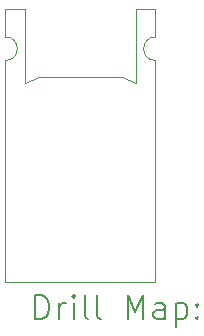
<source format=gbr>
%TF.GenerationSoftware,KiCad,Pcbnew,(6.0.8)*%
%TF.CreationDate,2022-11-05T21:02:42+01:00*%
%TF.ProjectId,epi,6570692e-6b69-4636-9164-5f7063625858,1_1*%
%TF.SameCoordinates,Original*%
%TF.FileFunction,Drillmap*%
%TF.FilePolarity,Positive*%
%FSLAX45Y45*%
G04 Gerber Fmt 4.5, Leading zero omitted, Abs format (unit mm)*
G04 Created by KiCad (PCBNEW (6.0.8)) date 2022-11-05 21:02:42*
%MOMM*%
%LPD*%
G01*
G04 APERTURE LIST*
%ADD10C,0.100000*%
%ADD11C,0.200000*%
G04 APERTURE END LIST*
D10*
X11069000Y-5103650D02*
X11069000Y-5343650D01*
X9799000Y-5103650D02*
X9799000Y-5343650D01*
X9964000Y-5733650D02*
X10084000Y-5683650D01*
X10084000Y-5683650D02*
X10784000Y-5683650D01*
X11069000Y-5343650D02*
G75*
G03*
X11069000Y-5543650I0J-100000D01*
G01*
X9799000Y-5543650D02*
G75*
G03*
X9799000Y-5343650I0J100000D01*
G01*
X10904000Y-5103650D02*
X11069000Y-5103650D01*
X10904000Y-5733650D02*
X10904000Y-5103650D01*
X11069000Y-7416000D02*
X11069000Y-5543650D01*
X9799000Y-7416000D02*
X11069000Y-7416000D01*
X9799000Y-5543650D02*
X9799000Y-7416000D01*
X9799000Y-5103650D02*
X9964000Y-5103650D01*
X9964000Y-5103650D02*
X9964000Y-5733650D01*
X10784000Y-5683650D02*
X10904000Y-5733650D01*
D11*
X10051619Y-7731476D02*
X10051619Y-7531476D01*
X10099238Y-7531476D01*
X10127810Y-7541000D01*
X10146857Y-7560048D01*
X10156381Y-7579095D01*
X10165905Y-7617190D01*
X10165905Y-7645762D01*
X10156381Y-7683857D01*
X10146857Y-7702905D01*
X10127810Y-7721952D01*
X10099238Y-7731476D01*
X10051619Y-7731476D01*
X10251619Y-7731476D02*
X10251619Y-7598143D01*
X10251619Y-7636238D02*
X10261143Y-7617190D01*
X10270667Y-7607667D01*
X10289714Y-7598143D01*
X10308762Y-7598143D01*
X10375429Y-7731476D02*
X10375429Y-7598143D01*
X10375429Y-7531476D02*
X10365905Y-7541000D01*
X10375429Y-7550524D01*
X10384952Y-7541000D01*
X10375429Y-7531476D01*
X10375429Y-7550524D01*
X10499238Y-7731476D02*
X10480190Y-7721952D01*
X10470667Y-7702905D01*
X10470667Y-7531476D01*
X10604000Y-7731476D02*
X10584952Y-7721952D01*
X10575429Y-7702905D01*
X10575429Y-7531476D01*
X10832571Y-7731476D02*
X10832571Y-7531476D01*
X10899238Y-7674333D01*
X10965905Y-7531476D01*
X10965905Y-7731476D01*
X11146857Y-7731476D02*
X11146857Y-7626714D01*
X11137333Y-7607667D01*
X11118286Y-7598143D01*
X11080190Y-7598143D01*
X11061143Y-7607667D01*
X11146857Y-7721952D02*
X11127810Y-7731476D01*
X11080190Y-7731476D01*
X11061143Y-7721952D01*
X11051619Y-7702905D01*
X11051619Y-7683857D01*
X11061143Y-7664809D01*
X11080190Y-7655286D01*
X11127810Y-7655286D01*
X11146857Y-7645762D01*
X11242095Y-7598143D02*
X11242095Y-7798143D01*
X11242095Y-7607667D02*
X11261143Y-7598143D01*
X11299238Y-7598143D01*
X11318286Y-7607667D01*
X11327809Y-7617190D01*
X11337333Y-7636238D01*
X11337333Y-7693381D01*
X11327809Y-7712428D01*
X11318286Y-7721952D01*
X11299238Y-7731476D01*
X11261143Y-7731476D01*
X11242095Y-7721952D01*
X11423048Y-7712428D02*
X11432571Y-7721952D01*
X11423048Y-7731476D01*
X11413524Y-7721952D01*
X11423048Y-7712428D01*
X11423048Y-7731476D01*
X11423048Y-7607667D02*
X11432571Y-7617190D01*
X11423048Y-7626714D01*
X11413524Y-7617190D01*
X11423048Y-7607667D01*
X11423048Y-7626714D01*
M02*

</source>
